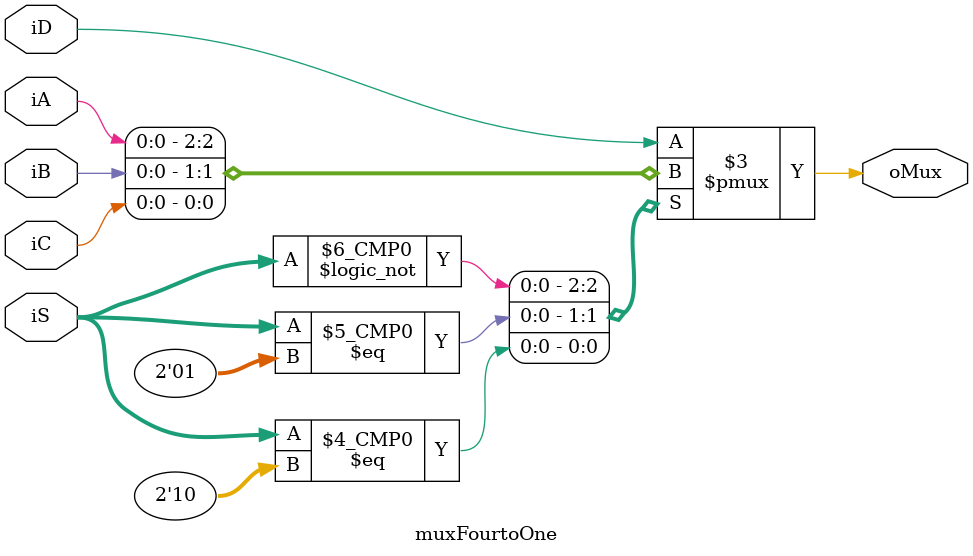
<source format=v>
/******************
	FileName	:	muxFourtoOne.v
	Author		:	daniel
	Description	:	Example of a mux 4-1
	Revision	:	2017/12/20
	Company		:	***********
	code		:	Verilog-2001
************************/
module muxFourtoOne(
input					iA,iB,iC,iD,
input			[1:0]	iS,
output reg			oMux);
always @(iA or iB or iB or iD or iS)
begin
	case(iS)
	2'b00: oMux = iA;
	2'b01: oMux = iB;
	2'b10: oMux = iC;
	default:	oMux = iD;
	endcase
end
endmodule

</source>
